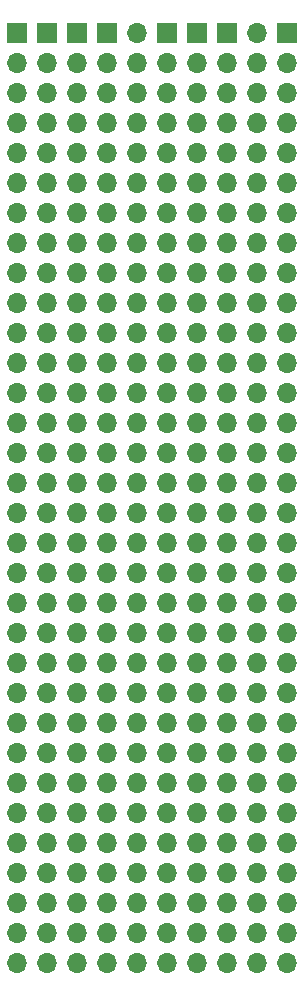
<source format=gbs>
G04 #@! TF.GenerationSoftware,KiCad,Pcbnew,(7.0.0)*
G04 #@! TF.CreationDate,2024-08-23T15:46:21-04:00*
G04 #@! TF.ProjectId,LB-BKOUT,4c422d42-4b4f-4555-942e-6b696361645f,1*
G04 #@! TF.SameCoordinates,Original*
G04 #@! TF.FileFunction,Soldermask,Bot*
G04 #@! TF.FilePolarity,Negative*
%FSLAX46Y46*%
G04 Gerber Fmt 4.6, Leading zero omitted, Abs format (unit mm)*
G04 Created by KiCad (PCBNEW (7.0.0)) date 2024-08-23 15:46:21*
%MOMM*%
%LPD*%
G01*
G04 APERTURE LIST*
%ADD10R,1.700000X1.700000*%
%ADD11O,1.700000X1.700000*%
G04 APERTURE END LIST*
D10*
X134619999Y-53339999D03*
D11*
X137159999Y-53339999D03*
X134619999Y-55879999D03*
X137159999Y-55879999D03*
X134619999Y-58419999D03*
X137159999Y-58419999D03*
X134619999Y-60959999D03*
X137159999Y-60959999D03*
X134619999Y-63499999D03*
X137159999Y-63499999D03*
X134619999Y-66039999D03*
X137159999Y-66039999D03*
X134619999Y-68579999D03*
X137159999Y-68579999D03*
X134619999Y-71119999D03*
X137159999Y-71119999D03*
X134619999Y-73659999D03*
X137159999Y-73659999D03*
X134619999Y-76199999D03*
X137159999Y-76199999D03*
X134619999Y-78739999D03*
X137159999Y-78739999D03*
X134619999Y-81279999D03*
X137159999Y-81279999D03*
X134619999Y-83819999D03*
X137159999Y-83819999D03*
X134619999Y-86359999D03*
X137159999Y-86359999D03*
X134619999Y-88899999D03*
X137159999Y-88899999D03*
X134619999Y-91439999D03*
X137159999Y-91439999D03*
X134619999Y-93979999D03*
X137159999Y-93979999D03*
X134619999Y-96519999D03*
X137159999Y-96519999D03*
X134619999Y-99059999D03*
X137159999Y-99059999D03*
X134619999Y-101599999D03*
X137159999Y-101599999D03*
X134619999Y-104139999D03*
X137159999Y-104139999D03*
X134619999Y-106679999D03*
X137159999Y-106679999D03*
X134619999Y-109219999D03*
X137159999Y-109219999D03*
X134619999Y-111759999D03*
X137159999Y-111759999D03*
X134619999Y-114299999D03*
X137159999Y-114299999D03*
X134619999Y-116839999D03*
X137159999Y-116839999D03*
X134619999Y-119379999D03*
X137159999Y-119379999D03*
X134619999Y-121919999D03*
X137159999Y-121919999D03*
X134619999Y-124459999D03*
X137159999Y-124459999D03*
X134619999Y-126999999D03*
X137159999Y-126999999D03*
X134619999Y-129539999D03*
X137159999Y-129539999D03*
X134619999Y-132079999D03*
X137159999Y-132079999D03*
D10*
X149859999Y-53339999D03*
D11*
X147319999Y-53339999D03*
X149859999Y-55879999D03*
X147319999Y-55879999D03*
X149859999Y-58419999D03*
X147319999Y-58419999D03*
X149859999Y-60959999D03*
X147319999Y-60959999D03*
X149859999Y-63499999D03*
X147319999Y-63499999D03*
X149859999Y-66039999D03*
X147319999Y-66039999D03*
X149859999Y-68579999D03*
X147319999Y-68579999D03*
X149859999Y-71119999D03*
X147319999Y-71119999D03*
X149859999Y-73659999D03*
X147319999Y-73659999D03*
X149859999Y-76199999D03*
X147319999Y-76199999D03*
X149859999Y-78739999D03*
X147319999Y-78739999D03*
X149859999Y-81279999D03*
X147319999Y-81279999D03*
X149859999Y-83819999D03*
X147319999Y-83819999D03*
X149859999Y-86359999D03*
X147319999Y-86359999D03*
X149859999Y-88899999D03*
X147319999Y-88899999D03*
X149859999Y-91439999D03*
X147319999Y-91439999D03*
X149859999Y-93979999D03*
X147319999Y-93979999D03*
X149859999Y-96519999D03*
X147319999Y-96519999D03*
X149859999Y-99059999D03*
X147319999Y-99059999D03*
X149859999Y-101599999D03*
X147319999Y-101599999D03*
X149859999Y-104139999D03*
X147319999Y-104139999D03*
X149859999Y-106679999D03*
X147319999Y-106679999D03*
X149859999Y-109219999D03*
X147319999Y-109219999D03*
X149859999Y-111759999D03*
X147319999Y-111759999D03*
X149859999Y-114299999D03*
X147319999Y-114299999D03*
X149859999Y-116839999D03*
X147319999Y-116839999D03*
X149859999Y-119379999D03*
X147319999Y-119379999D03*
X149859999Y-121919999D03*
X147319999Y-121919999D03*
X149859999Y-124459999D03*
X147319999Y-124459999D03*
X149859999Y-126999999D03*
X147319999Y-126999999D03*
X149859999Y-129539999D03*
X147319999Y-129539999D03*
X149859999Y-132079999D03*
X147319999Y-132079999D03*
D10*
X142239999Y-53339999D03*
D11*
X142239999Y-55879999D03*
X142239999Y-58419999D03*
X142239999Y-60959999D03*
X142239999Y-63499999D03*
X142239999Y-66039999D03*
X142239999Y-68579999D03*
X142239999Y-71119999D03*
X142239999Y-73659999D03*
X142239999Y-76199999D03*
X142239999Y-78739999D03*
X142239999Y-81279999D03*
X142239999Y-83819999D03*
X142239999Y-86359999D03*
X142239999Y-88899999D03*
X142239999Y-91439999D03*
X142239999Y-93979999D03*
X142239999Y-96519999D03*
X142239999Y-99059999D03*
X142239999Y-101599999D03*
X142239999Y-104139999D03*
X142239999Y-106679999D03*
X142239999Y-109219999D03*
X142239999Y-111759999D03*
X142239999Y-114299999D03*
X142239999Y-116839999D03*
X142239999Y-119379999D03*
X142239999Y-121919999D03*
X142239999Y-124459999D03*
X142239999Y-126999999D03*
X142239999Y-129539999D03*
X142239999Y-132079999D03*
D10*
X144779999Y-53339999D03*
D11*
X144779999Y-55879999D03*
X144779999Y-58419999D03*
X144779999Y-60959999D03*
X144779999Y-63499999D03*
X144779999Y-66039999D03*
X144779999Y-68579999D03*
X144779999Y-71119999D03*
X144779999Y-73659999D03*
X144779999Y-76199999D03*
X144779999Y-78739999D03*
X144779999Y-81279999D03*
X144779999Y-83819999D03*
X144779999Y-86359999D03*
X144779999Y-88899999D03*
X144779999Y-91439999D03*
X144779999Y-93979999D03*
X144779999Y-96519999D03*
X144779999Y-99059999D03*
X144779999Y-101599999D03*
X144779999Y-104139999D03*
X144779999Y-106679999D03*
X144779999Y-109219999D03*
X144779999Y-111759999D03*
X144779999Y-114299999D03*
X144779999Y-116839999D03*
X144779999Y-119379999D03*
X144779999Y-121919999D03*
X144779999Y-124459999D03*
X144779999Y-126999999D03*
X144779999Y-129539999D03*
X144779999Y-132079999D03*
D10*
X139699999Y-53339999D03*
D11*
X139699999Y-55879999D03*
X139699999Y-58419999D03*
X139699999Y-60959999D03*
X139699999Y-63499999D03*
X139699999Y-66039999D03*
X139699999Y-68579999D03*
X139699999Y-71119999D03*
X139699999Y-73659999D03*
X139699999Y-76199999D03*
X139699999Y-78739999D03*
X139699999Y-81279999D03*
X139699999Y-83819999D03*
X139699999Y-86359999D03*
X139699999Y-88899999D03*
X139699999Y-91439999D03*
X139699999Y-93979999D03*
X139699999Y-96519999D03*
X139699999Y-99059999D03*
X139699999Y-101599999D03*
X139699999Y-104139999D03*
X139699999Y-106679999D03*
X139699999Y-109219999D03*
X139699999Y-111759999D03*
X139699999Y-114299999D03*
X139699999Y-116839999D03*
X139699999Y-119379999D03*
X139699999Y-121919999D03*
X139699999Y-124459999D03*
X139699999Y-126999999D03*
X139699999Y-129539999D03*
X139699999Y-132079999D03*
D10*
X126999999Y-53339999D03*
D11*
X126999999Y-55879999D03*
X126999999Y-58419999D03*
X126999999Y-60959999D03*
X126999999Y-63499999D03*
X126999999Y-66039999D03*
X126999999Y-68579999D03*
X126999999Y-71119999D03*
X126999999Y-73659999D03*
X126999999Y-76199999D03*
X126999999Y-78739999D03*
X126999999Y-81279999D03*
X126999999Y-83819999D03*
X126999999Y-86359999D03*
X126999999Y-88899999D03*
X126999999Y-91439999D03*
X126999999Y-93979999D03*
X126999999Y-96519999D03*
X126999999Y-99059999D03*
X126999999Y-101599999D03*
X126999999Y-104139999D03*
X126999999Y-106679999D03*
X126999999Y-109219999D03*
X126999999Y-111759999D03*
X126999999Y-114299999D03*
X126999999Y-116839999D03*
X126999999Y-119379999D03*
X126999999Y-121919999D03*
X126999999Y-124459999D03*
X126999999Y-126999999D03*
X126999999Y-129539999D03*
X126999999Y-132079999D03*
D10*
X129539999Y-53339999D03*
D11*
X129539999Y-55879999D03*
X129539999Y-58419999D03*
X129539999Y-60959999D03*
X129539999Y-63499999D03*
X129539999Y-66039999D03*
X129539999Y-68579999D03*
X129539999Y-71119999D03*
X129539999Y-73659999D03*
X129539999Y-76199999D03*
X129539999Y-78739999D03*
X129539999Y-81279999D03*
X129539999Y-83819999D03*
X129539999Y-86359999D03*
X129539999Y-88899999D03*
X129539999Y-91439999D03*
X129539999Y-93979999D03*
X129539999Y-96519999D03*
X129539999Y-99059999D03*
X129539999Y-101599999D03*
X129539999Y-104139999D03*
X129539999Y-106679999D03*
X129539999Y-109219999D03*
X129539999Y-111759999D03*
X129539999Y-114299999D03*
X129539999Y-116839999D03*
X129539999Y-119379999D03*
X129539999Y-121919999D03*
X129539999Y-124459999D03*
X129539999Y-126999999D03*
X129539999Y-129539999D03*
X129539999Y-132079999D03*
D10*
X132079999Y-53339999D03*
D11*
X132079999Y-55879999D03*
X132079999Y-58419999D03*
X132079999Y-60959999D03*
X132079999Y-63499999D03*
X132079999Y-66039999D03*
X132079999Y-68579999D03*
X132079999Y-71119999D03*
X132079999Y-73659999D03*
X132079999Y-76199999D03*
X132079999Y-78739999D03*
X132079999Y-81279999D03*
X132079999Y-83819999D03*
X132079999Y-86359999D03*
X132079999Y-88899999D03*
X132079999Y-91439999D03*
X132079999Y-93979999D03*
X132079999Y-96519999D03*
X132079999Y-99059999D03*
X132079999Y-101599999D03*
X132079999Y-104139999D03*
X132079999Y-106679999D03*
X132079999Y-109219999D03*
X132079999Y-111759999D03*
X132079999Y-114299999D03*
X132079999Y-116839999D03*
X132079999Y-119379999D03*
X132079999Y-121919999D03*
X132079999Y-124459999D03*
X132079999Y-126999999D03*
X132079999Y-129539999D03*
X132079999Y-132079999D03*
M02*

</source>
